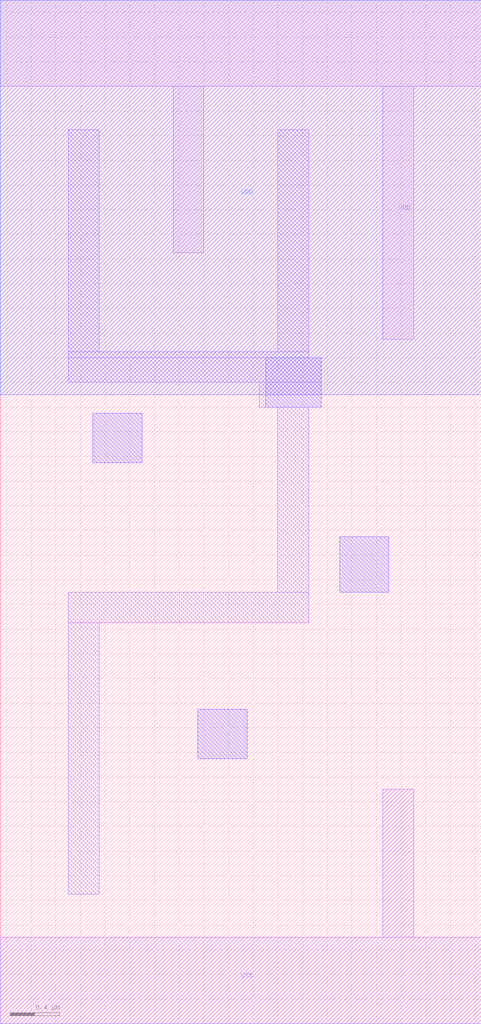
<source format=lef>
VERSION 5.7 ;
  NOWIREEXTENSIONATPIN ON ;
  DIVIDERCHAR "/" ;
  BUSBITCHARS "[]" ;
MACRO gf180mcu_osu_sc_gp12t3v3__nand3_1
  CLASS BLOCK ;
  FOREIGN gf180mcu_osu_sc_gp12t3v3__nand3_1 ;
  ORIGIN 0.850 0.000 ;
  SIZE 3.900 BY 8.300 ;
  PIN VDD
    USE POWER ;
    PORT
      LAYER Nwell ;
        RECT -0.850 5.100 3.050 8.300 ;
      LAYER Metal1 ;
        RECT -0.850 7.600 3.050 8.300 ;
        RECT 0.550 6.250 0.800 7.600 ;
        RECT 2.250 5.550 2.500 7.600 ;
    END
  END VDD
  PIN VSS
    USE GROUND ;
    PORT
      LAYER Metal1 ;
        RECT 2.250 0.700 2.500 1.900 ;
        RECT -0.850 0.000 3.050 0.700 ;
    END
  END VSS
  OBS
      LAYER Metal1 ;
        RECT -0.300 5.450 -0.050 7.250 ;
        RECT 1.400 5.450 1.650 7.250 ;
        RECT -0.300 5.400 1.650 5.450 ;
        RECT -0.300 5.200 1.750 5.400 ;
        RECT 1.250 5.000 1.750 5.200 ;
        RECT -0.100 4.550 0.300 4.950 ;
        RECT 1.400 3.500 1.650 5.000 ;
        RECT 1.900 3.500 2.300 3.950 ;
        RECT -0.300 3.250 1.650 3.500 ;
        RECT -0.300 1.050 -0.050 3.250 ;
        RECT 0.750 2.150 1.150 2.550 ;
      LAYER Metal2 ;
        RECT 1.300 5.000 1.750 5.400 ;
        RECT -0.100 4.550 0.300 4.950 ;
        RECT 1.900 3.500 2.300 3.950 ;
        RECT 0.750 2.150 1.150 2.550 ;
  END
END gf180mcu_osu_sc_gp12t3v3__nand3_1
END LIBRARY


</source>
